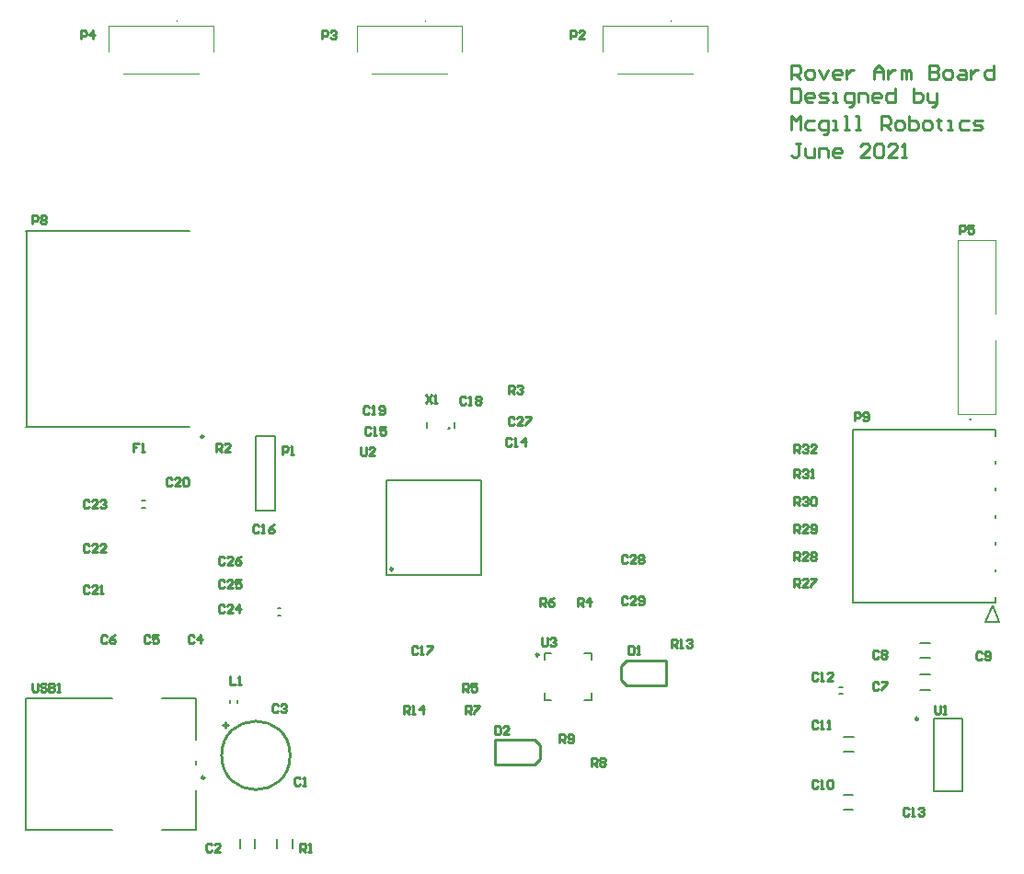
<source format=gto>
G04*
G04 #@! TF.GenerationSoftware,Altium Limited,Altium Designer,18.1.7 (191)*
G04*
G04 Layer_Color=65535*
%FSLAX25Y25*%
%MOIN*%
G70*
G01*
G75*
%ADD10C,0.00984*%
%ADD11C,0.01000*%
%ADD12C,0.00787*%
%ADD13C,0.00394*%
%ADD14C,0.00500*%
D10*
X352129Y273877D02*
G03*
X352129Y273877I-492J0D01*
G01*
X372492Y324909D02*
G03*
X372492Y324909I-197J0D01*
G01*
X542457Y219689D02*
G03*
X542457Y219689I-492J0D01*
G01*
X283850Y198378D02*
G03*
X283850Y198378I-492J0D01*
G01*
X283555Y321925D02*
G03*
X283555Y321925I-492J0D01*
G01*
X404969Y242874D02*
G03*
X404969Y242874I-492J0D01*
G01*
D11*
X314902Y206421D02*
G03*
X314902Y206421I-12402J0D01*
G01*
X389000Y203000D02*
Y212000D01*
Y203000D02*
X403500D01*
X405500Y205000D01*
Y210000D01*
X403500Y212000D02*
X405500Y210000D01*
X389000Y212000D02*
X403500D01*
X451169Y231780D02*
Y240780D01*
X436669D02*
X451169D01*
X434669Y238780D02*
X436669Y240780D01*
X434669Y233780D02*
Y238780D01*
Y233780D02*
X436669Y231780D01*
X451169D01*
X496500Y451526D02*
Y456525D01*
X498999D01*
X499832Y455692D01*
Y454026D01*
X498999Y453193D01*
X496500D01*
X498166D02*
X499832Y451526D01*
X502331D02*
X503998D01*
X504831Y452359D01*
Y454026D01*
X503998Y454859D01*
X502331D01*
X501498Y454026D01*
Y452359D01*
X502331Y451526D01*
X506497Y454859D02*
X508163Y451526D01*
X509829Y454859D01*
X513994Y451526D02*
X512328D01*
X511495Y452359D01*
Y454026D01*
X512328Y454859D01*
X513994D01*
X514827Y454026D01*
Y453193D01*
X511495D01*
X516494Y454859D02*
Y451526D01*
Y453193D01*
X517327Y454026D01*
X518160Y454859D01*
X518993D01*
X526490Y451526D02*
Y454859D01*
X528156Y456525D01*
X529822Y454859D01*
Y451526D01*
Y454026D01*
X526490D01*
X531489Y454859D02*
Y451526D01*
Y453193D01*
X532322Y454026D01*
X533155Y454859D01*
X533988D01*
X536487Y451526D02*
Y454859D01*
X537320D01*
X538153Y454026D01*
Y451526D01*
Y454026D01*
X538986Y454859D01*
X539819Y454026D01*
Y451526D01*
X546484Y456525D02*
Y451526D01*
X548983D01*
X549816Y452359D01*
Y453193D01*
X548983Y454026D01*
X546484D01*
X548983D01*
X549816Y454859D01*
Y455692D01*
X548983Y456525D01*
X546484D01*
X552315Y451526D02*
X553981D01*
X554814Y452359D01*
Y454026D01*
X553981Y454859D01*
X552315D01*
X551482Y454026D01*
Y452359D01*
X552315Y451526D01*
X557314Y454859D02*
X558980D01*
X559813Y454026D01*
Y451526D01*
X557314D01*
X556481Y452359D01*
X557314Y453193D01*
X559813D01*
X561479Y454859D02*
Y451526D01*
Y453193D01*
X562312Y454026D01*
X563145Y454859D01*
X563978D01*
X569810Y456525D02*
Y451526D01*
X567310D01*
X566477Y452359D01*
Y454026D01*
X567310Y454859D01*
X569810D01*
X496500Y448127D02*
Y443128D01*
X498999D01*
X499832Y443961D01*
Y447294D01*
X498999Y448127D01*
X496500D01*
X503998Y443128D02*
X502331D01*
X501498Y443961D01*
Y445628D01*
X502331Y446461D01*
X503998D01*
X504831Y445628D01*
Y444795D01*
X501498D01*
X506497Y443128D02*
X508996D01*
X509829Y443961D01*
X508996Y444795D01*
X507330D01*
X506497Y445628D01*
X507330Y446461D01*
X509829D01*
X511495Y443128D02*
X513161D01*
X512328D01*
Y446461D01*
X511495D01*
X517327Y441462D02*
X518160D01*
X518993Y442295D01*
Y446461D01*
X516494D01*
X515660Y445628D01*
Y443961D01*
X516494Y443128D01*
X518993D01*
X520659D02*
Y446461D01*
X523158D01*
X523991Y445628D01*
Y443128D01*
X528156D02*
X526490D01*
X525657Y443961D01*
Y445628D01*
X526490Y446461D01*
X528156D01*
X528990Y445628D01*
Y444795D01*
X525657D01*
X533988Y448127D02*
Y443128D01*
X531489D01*
X530656Y443961D01*
Y445628D01*
X531489Y446461D01*
X533988D01*
X540652Y448127D02*
Y443128D01*
X543152D01*
X543985Y443961D01*
Y444795D01*
Y445628D01*
X543152Y446461D01*
X540652D01*
X545651D02*
Y443961D01*
X546484Y443128D01*
X548983D01*
Y442295D01*
X548150Y441462D01*
X547317D01*
X548983Y443128D02*
Y446461D01*
X496500Y433064D02*
Y438063D01*
X498166Y436397D01*
X499832Y438063D01*
Y433064D01*
X504831Y436397D02*
X502331D01*
X501498Y435563D01*
Y433897D01*
X502331Y433064D01*
X504831D01*
X508163Y431398D02*
X508996D01*
X509829Y432231D01*
Y436397D01*
X507330D01*
X506497Y435563D01*
Y433897D01*
X507330Y433064D01*
X509829D01*
X511495D02*
X513161D01*
X512328D01*
Y436397D01*
X511495D01*
X515660Y433064D02*
X517327D01*
X516494D01*
Y438063D01*
X515660D01*
X519826Y433064D02*
X521492D01*
X520659D01*
Y438063D01*
X519826D01*
X528990Y433064D02*
Y438063D01*
X531489D01*
X532322Y437229D01*
Y435563D01*
X531489Y434730D01*
X528990D01*
X530656D02*
X532322Y433064D01*
X534821D02*
X536487D01*
X537320Y433897D01*
Y435563D01*
X536487Y436397D01*
X534821D01*
X533988Y435563D01*
Y433897D01*
X534821Y433064D01*
X538986Y438063D02*
Y433064D01*
X541485D01*
X542318Y433897D01*
Y434730D01*
Y435563D01*
X541485Y436397D01*
X538986D01*
X544818Y433064D02*
X546484D01*
X547317Y433897D01*
Y435563D01*
X546484Y436397D01*
X544818D01*
X543985Y435563D01*
Y433897D01*
X544818Y433064D01*
X549816Y437229D02*
Y436397D01*
X548983D01*
X550649D01*
X549816D01*
Y433897D01*
X550649Y433064D01*
X553148D02*
X554814D01*
X553981D01*
Y436397D01*
X553148D01*
X560646D02*
X558147D01*
X557314Y435563D01*
Y433897D01*
X558147Y433064D01*
X560646D01*
X562312D02*
X564811D01*
X565644Y433897D01*
X564811Y434730D01*
X563145D01*
X562312Y435563D01*
X563145Y436397D01*
X565644D01*
X499832Y427998D02*
X498166D01*
X498999D01*
Y423833D01*
X498166Y423000D01*
X497333D01*
X496500Y423833D01*
X501498Y426332D02*
Y423833D01*
X502331Y423000D01*
X504831D01*
Y426332D01*
X506497Y423000D02*
Y426332D01*
X508996D01*
X509829Y425499D01*
Y423000D01*
X513994D02*
X512328D01*
X511495Y423833D01*
Y425499D01*
X512328Y426332D01*
X513994D01*
X514827Y425499D01*
Y424666D01*
X511495D01*
X524824Y423000D02*
X521492D01*
X524824Y426332D01*
Y427165D01*
X523991Y427998D01*
X522325D01*
X521492Y427165D01*
X526490D02*
X527323Y427998D01*
X528990D01*
X529822Y427165D01*
Y423833D01*
X528990Y423000D01*
X527323D01*
X526490Y423833D01*
Y427165D01*
X534821Y423000D02*
X531489D01*
X534821Y426332D01*
Y427165D01*
X533988Y427998D01*
X532322D01*
X531489Y427165D01*
X536487Y423000D02*
X538153D01*
X537320D01*
Y427998D01*
X536487Y427165D01*
X291500Y216500D02*
Y218499D01*
X290501Y217500D02*
X292500D01*
X497500Y297000D02*
Y299999D01*
X499000D01*
X499499Y299499D01*
Y298499D01*
X499000Y298000D01*
X497500D01*
X498500D02*
X499499Y297000D01*
X500499Y299499D02*
X500999Y299999D01*
X501999D01*
X502498Y299499D01*
Y298999D01*
X501999Y298499D01*
X501499D01*
X501999D01*
X502498Y298000D01*
Y297500D01*
X501999Y297000D01*
X500999D01*
X500499Y297500D01*
X503498Y299499D02*
X503998Y299999D01*
X504998D01*
X505497Y299499D01*
Y297500D01*
X504998Y297000D01*
X503998D01*
X503498Y297500D01*
Y299499D01*
X497500Y287000D02*
Y289999D01*
X499000D01*
X499499Y289499D01*
Y288499D01*
X499000Y288000D01*
X497500D01*
X498500D02*
X499499Y287000D01*
X502498D02*
X500499D01*
X502498Y288999D01*
Y289499D01*
X501999Y289999D01*
X500999D01*
X500499Y289499D01*
X503498Y287500D02*
X503998Y287000D01*
X504998D01*
X505497Y287500D01*
Y289499D01*
X504998Y289999D01*
X503998D01*
X503498Y289499D01*
Y288999D01*
X503998Y288499D01*
X505497D01*
X497500Y316000D02*
Y318999D01*
X499000D01*
X499499Y318499D01*
Y317499D01*
X499000Y317000D01*
X497500D01*
X498500D02*
X499499Y316000D01*
X500499Y318499D02*
X500999Y318999D01*
X501999D01*
X502498Y318499D01*
Y317999D01*
X501999Y317499D01*
X501499D01*
X501999D01*
X502498Y317000D01*
Y316500D01*
X501999Y316000D01*
X500999D01*
X500499Y316500D01*
X505497Y316000D02*
X503498D01*
X505497Y317999D01*
Y318499D01*
X504998Y318999D01*
X503998D01*
X503498Y318499D01*
X497500Y307000D02*
Y309999D01*
X499000D01*
X499499Y309499D01*
Y308500D01*
X499000Y308000D01*
X497500D01*
X498500D02*
X499499Y307000D01*
X500499Y309499D02*
X500999Y309999D01*
X501999D01*
X502498Y309499D01*
Y308999D01*
X501999Y308500D01*
X501499D01*
X501999D01*
X502498Y308000D01*
Y307500D01*
X501999Y307000D01*
X500999D01*
X500499Y307500D01*
X503498Y307000D02*
X504498D01*
X503998D01*
Y309999D01*
X503498Y309499D01*
X497500Y277000D02*
Y279999D01*
X499000D01*
X499499Y279499D01*
Y278500D01*
X499000Y278000D01*
X497500D01*
X498500D02*
X499499Y277000D01*
X502498D02*
X500499D01*
X502498Y278999D01*
Y279499D01*
X501999Y279999D01*
X500999D01*
X500499Y279499D01*
X503498D02*
X503998Y279999D01*
X504998D01*
X505497Y279499D01*
Y278999D01*
X504998Y278500D01*
X505497Y278000D01*
Y277500D01*
X504998Y277000D01*
X503998D01*
X503498Y277500D01*
Y278000D01*
X503998Y278500D01*
X503498Y278999D01*
Y279499D01*
X503998Y278500D02*
X504998D01*
X497500Y267500D02*
Y270499D01*
X499000D01*
X499499Y269999D01*
Y269000D01*
X499000Y268500D01*
X497500D01*
X498500D02*
X499499Y267500D01*
X502498D02*
X500499D01*
X502498Y269499D01*
Y269999D01*
X501999Y270499D01*
X500999D01*
X500499Y269999D01*
X503498Y270499D02*
X505497D01*
Y269999D01*
X503498Y268000D01*
Y267500D01*
X519400Y327700D02*
Y330699D01*
X520899D01*
X521399Y330199D01*
Y329200D01*
X520899Y328700D01*
X519400D01*
X522399Y328200D02*
X522899Y327700D01*
X523899D01*
X524398Y328200D01*
Y330199D01*
X523899Y330699D01*
X522899D01*
X522399Y330199D01*
Y329699D01*
X522899Y329200D01*
X524398D01*
X239000Y466000D02*
Y468999D01*
X240499D01*
X240999Y468499D01*
Y467499D01*
X240499Y467000D01*
X239000D01*
X243498Y466000D02*
Y468999D01*
X241999Y467499D01*
X243998D01*
X326500Y466000D02*
Y468999D01*
X327999D01*
X328499Y468499D01*
Y467499D01*
X327999Y467000D01*
X326500D01*
X329499Y468499D02*
X329999Y468999D01*
X330998D01*
X331498Y468499D01*
Y467999D01*
X330998Y467499D01*
X330499D01*
X330998D01*
X331498Y467000D01*
Y466500D01*
X330998Y466000D01*
X329999D01*
X329499Y466500D01*
X416500Y466000D02*
Y468999D01*
X418000D01*
X418499Y468499D01*
Y467499D01*
X418000Y467000D01*
X416500D01*
X421498Y466000D02*
X419499D01*
X421498Y467999D01*
Y468499D01*
X420998Y468999D01*
X419999D01*
X419499Y468499D01*
X557500Y395500D02*
Y398499D01*
X558999D01*
X559499Y397999D01*
Y397000D01*
X558999Y396500D01*
X557500D01*
X562498Y398499D02*
X560499D01*
Y397000D01*
X561499Y397499D01*
X561999D01*
X562498Y397000D01*
Y396000D01*
X561999Y395500D01*
X560999D01*
X560499Y396000D01*
X221500Y399000D02*
Y401999D01*
X223000D01*
X223499Y401499D01*
Y400499D01*
X223000Y400000D01*
X221500D01*
X224499Y401499D02*
X224999Y401999D01*
X225998D01*
X226498Y401499D01*
Y400999D01*
X225998Y400499D01*
X226498Y400000D01*
Y399500D01*
X225998Y399000D01*
X224999D01*
X224499Y399500D01*
Y400000D01*
X224999Y400499D01*
X224499Y400999D01*
Y401499D01*
X224999Y400499D02*
X225998D01*
X340500Y317999D02*
Y315500D01*
X341000Y315000D01*
X342000D01*
X342499Y315500D01*
Y317999D01*
X345498Y315000D02*
X343499D01*
X345498Y316999D01*
Y317499D01*
X344999Y317999D01*
X343999D01*
X343499Y317499D01*
X221500Y232499D02*
Y230000D01*
X222000Y229500D01*
X223000D01*
X223499Y230000D01*
Y232499D01*
X226498Y231999D02*
X225998Y232499D01*
X224999D01*
X224499Y231999D01*
Y231499D01*
X224999Y230999D01*
X225998D01*
X226498Y230500D01*
Y230000D01*
X225998Y229500D01*
X224999D01*
X224499Y230000D01*
X227498Y232499D02*
Y229500D01*
X228998D01*
X229497Y230000D01*
Y230500D01*
X228998Y230999D01*
X227498D01*
X228998D01*
X229497Y231499D01*
Y231999D01*
X228998Y232499D01*
X227498D01*
X230497Y229500D02*
X231497D01*
X230997D01*
Y232499D01*
X230497Y231999D01*
X364000Y336999D02*
X365999Y334000D01*
Y336999D02*
X364000Y334000D01*
X366999D02*
X367999D01*
X367499D01*
Y336999D01*
X366999Y336499D01*
X406000Y248999D02*
Y246500D01*
X406500Y246000D01*
X407500D01*
X407999Y246500D01*
Y248999D01*
X408999Y248499D02*
X409499Y248999D01*
X410499D01*
X410998Y248499D01*
Y247999D01*
X410499Y247499D01*
X409999D01*
X410499D01*
X410998Y247000D01*
Y246500D01*
X410499Y246000D01*
X409499D01*
X408999Y246500D01*
X548500Y224499D02*
Y222000D01*
X549000Y221500D01*
X550000D01*
X550499Y222000D01*
Y224499D01*
X551499Y221500D02*
X552499D01*
X551999D01*
Y224499D01*
X551499Y223999D01*
X356000Y221500D02*
Y224499D01*
X357500D01*
X357999Y223999D01*
Y223000D01*
X357500Y222500D01*
X356000D01*
X357000D02*
X357999Y221500D01*
X358999D02*
X359999D01*
X359499D01*
Y224499D01*
X358999Y223999D01*
X362998Y221500D02*
Y224499D01*
X361498Y223000D01*
X363498D01*
X453000Y245500D02*
Y248499D01*
X454499D01*
X454999Y247999D01*
Y247000D01*
X454499Y246500D01*
X453000D01*
X454000D02*
X454999Y245500D01*
X455999D02*
X456999D01*
X456499D01*
Y248499D01*
X455999Y247999D01*
X458498D02*
X458998Y248499D01*
X459998D01*
X460498Y247999D01*
Y247499D01*
X459998Y247000D01*
X459498D01*
X459998D01*
X460498Y246500D01*
Y246000D01*
X459998Y245500D01*
X458998D01*
X458498Y246000D01*
X412500Y211000D02*
Y213999D01*
X414000D01*
X414499Y213499D01*
Y212499D01*
X414000Y212000D01*
X412500D01*
X413500D02*
X414499Y211000D01*
X415499Y211500D02*
X415999Y211000D01*
X416998D01*
X417498Y211500D01*
Y213499D01*
X416998Y213999D01*
X415999D01*
X415499Y213499D01*
Y212999D01*
X415999Y212499D01*
X417498D01*
X424000Y202500D02*
Y205499D01*
X425499D01*
X425999Y204999D01*
Y203999D01*
X425499Y203500D01*
X424000D01*
X425000D02*
X425999Y202500D01*
X426999Y204999D02*
X427499Y205499D01*
X428499D01*
X428998Y204999D01*
Y204499D01*
X428499Y203999D01*
X428998Y203500D01*
Y203000D01*
X428499Y202500D01*
X427499D01*
X426999Y203000D01*
Y203500D01*
X427499Y203999D01*
X426999Y204499D01*
Y204999D01*
X427499Y203999D02*
X428499D01*
X378500Y221500D02*
Y224499D01*
X379999D01*
X380499Y223999D01*
Y223000D01*
X379999Y222500D01*
X378500D01*
X379500D02*
X380499Y221500D01*
X381499Y224499D02*
X383498D01*
Y223999D01*
X381499Y222000D01*
Y221500D01*
X405500Y260500D02*
Y263499D01*
X406999D01*
X407499Y262999D01*
Y262000D01*
X406999Y261500D01*
X405500D01*
X406500D02*
X407499Y260500D01*
X410498Y263499D02*
X409499Y262999D01*
X408499Y262000D01*
Y261000D01*
X408999Y260500D01*
X409999D01*
X410498Y261000D01*
Y261500D01*
X409999Y262000D01*
X408499D01*
X377500Y229500D02*
Y232499D01*
X378999D01*
X379499Y231999D01*
Y230999D01*
X378999Y230500D01*
X377500D01*
X378500D02*
X379499Y229500D01*
X382498Y232499D02*
X380499D01*
Y230999D01*
X381499Y231499D01*
X381998D01*
X382498Y230999D01*
Y230000D01*
X381998Y229500D01*
X380999D01*
X380499Y230000D01*
X419000Y260500D02*
Y263499D01*
X420500D01*
X420999Y262999D01*
Y262000D01*
X420500Y261500D01*
X419000D01*
X420000D02*
X420999Y260500D01*
X423498D02*
Y263499D01*
X421999Y262000D01*
X423998D01*
X394000Y337500D02*
Y340499D01*
X395499D01*
X395999Y339999D01*
Y339000D01*
X395499Y338500D01*
X394000D01*
X395000D02*
X395999Y337500D01*
X396999Y339999D02*
X397499Y340499D01*
X398499D01*
X398998Y339999D01*
Y339499D01*
X398499Y339000D01*
X397999D01*
X398499D01*
X398998Y338500D01*
Y338000D01*
X398499Y337500D01*
X397499D01*
X396999Y338000D01*
X288000Y316500D02*
Y319499D01*
X289499D01*
X289999Y318999D01*
Y318000D01*
X289499Y317500D01*
X288000D01*
X289000D02*
X289999Y316500D01*
X292998D02*
X290999D01*
X292998Y318499D01*
Y318999D01*
X292498Y319499D01*
X291499D01*
X290999Y318999D01*
X318500Y171500D02*
Y174499D01*
X320000D01*
X320499Y173999D01*
Y173000D01*
X320000Y172500D01*
X318500D01*
X319500D02*
X320499Y171500D01*
X321499D02*
X322499D01*
X321999D01*
Y174499D01*
X321499Y173999D01*
X312000Y315500D02*
Y318499D01*
X313499D01*
X313999Y317999D01*
Y317000D01*
X313499Y316500D01*
X312000D01*
X314999Y315500D02*
X315999D01*
X315499D01*
Y318499D01*
X314999Y317999D01*
X293000Y234999D02*
Y232000D01*
X294999D01*
X295999D02*
X296999D01*
X296499D01*
Y234999D01*
X295999Y234499D01*
X259999Y319551D02*
X258000D01*
Y318052D01*
X259000D01*
X258000D01*
Y316552D01*
X260999D02*
X261999D01*
X261499D01*
Y319551D01*
X260999Y319051D01*
X389000Y216999D02*
Y214000D01*
X390499D01*
X390999Y214500D01*
Y216499D01*
X390499Y216999D01*
X389000D01*
X393998Y214000D02*
X391999D01*
X393998Y215999D01*
Y216499D01*
X393498Y216999D01*
X392499D01*
X391999Y216499D01*
X437500Y245999D02*
Y243000D01*
X439000D01*
X439499Y243500D01*
Y245499D01*
X439000Y245999D01*
X437500D01*
X440499Y243000D02*
X441499D01*
X440999D01*
Y245999D01*
X440499Y245499D01*
X436999Y263499D02*
X436500Y263999D01*
X435500D01*
X435000Y263499D01*
Y261500D01*
X435500Y261000D01*
X436500D01*
X436999Y261500D01*
X439998Y261000D02*
X437999D01*
X439998Y262999D01*
Y263499D01*
X439499Y263999D01*
X438499D01*
X437999Y263499D01*
X440998Y261500D02*
X441498Y261000D01*
X442498D01*
X442997Y261500D01*
Y263499D01*
X442498Y263999D01*
X441498D01*
X440998Y263499D01*
Y262999D01*
X441498Y262499D01*
X442997D01*
X436999Y278499D02*
X436500Y278999D01*
X435500D01*
X435000Y278499D01*
Y276500D01*
X435500Y276000D01*
X436500D01*
X436999Y276500D01*
X439998Y276000D02*
X437999D01*
X439998Y277999D01*
Y278499D01*
X439499Y278999D01*
X438499D01*
X437999Y278499D01*
X440998D02*
X441498Y278999D01*
X442498D01*
X442997Y278499D01*
Y277999D01*
X442498Y277500D01*
X442997Y277000D01*
Y276500D01*
X442498Y276000D01*
X441498D01*
X440998Y276500D01*
Y277000D01*
X441498Y277500D01*
X440998Y277999D01*
Y278499D01*
X441498Y277500D02*
X442498D01*
X395999Y328499D02*
X395499Y328999D01*
X394500D01*
X394000Y328499D01*
Y326500D01*
X394500Y326000D01*
X395499D01*
X395999Y326500D01*
X398998Y326000D02*
X396999D01*
X398998Y327999D01*
Y328499D01*
X398499Y328999D01*
X397499D01*
X396999Y328499D01*
X399998Y328999D02*
X401997D01*
Y328499D01*
X399998Y326500D01*
Y326000D01*
X290999Y277999D02*
X290499Y278499D01*
X289500D01*
X289000Y277999D01*
Y276000D01*
X289500Y275500D01*
X290499D01*
X290999Y276000D01*
X293998Y275500D02*
X291999D01*
X293998Y277499D01*
Y277999D01*
X293498Y278499D01*
X292499D01*
X291999Y277999D01*
X296997Y278499D02*
X295998Y277999D01*
X294998Y276999D01*
Y276000D01*
X295498Y275500D01*
X296498D01*
X296997Y276000D01*
Y276500D01*
X296498Y276999D01*
X294998D01*
X290999Y269499D02*
X290499Y269999D01*
X289500D01*
X289000Y269499D01*
Y267500D01*
X289500Y267000D01*
X290499D01*
X290999Y267500D01*
X293998Y267000D02*
X291999D01*
X293998Y268999D01*
Y269499D01*
X293498Y269999D01*
X292499D01*
X291999Y269499D01*
X296997Y269999D02*
X294998D01*
Y268499D01*
X295998Y268999D01*
X296498D01*
X296997Y268499D01*
Y267500D01*
X296498Y267000D01*
X295498D01*
X294998Y267500D01*
X290999Y260499D02*
X290499Y260999D01*
X289500D01*
X289000Y260499D01*
Y258500D01*
X289500Y258000D01*
X290499D01*
X290999Y258500D01*
X293998Y258000D02*
X291999D01*
X293998Y259999D01*
Y260499D01*
X293498Y260999D01*
X292499D01*
X291999Y260499D01*
X296498Y258000D02*
Y260999D01*
X294998Y259500D01*
X296997D01*
X241999Y298499D02*
X241499Y298999D01*
X240500D01*
X240000Y298499D01*
Y296500D01*
X240500Y296000D01*
X241499D01*
X241999Y296500D01*
X244998Y296000D02*
X242999D01*
X244998Y297999D01*
Y298499D01*
X244498Y298999D01*
X243499D01*
X242999Y298499D01*
X245998D02*
X246498Y298999D01*
X247498D01*
X247997Y298499D01*
Y297999D01*
X247498Y297499D01*
X246998D01*
X247498D01*
X247997Y297000D01*
Y296500D01*
X247498Y296000D01*
X246498D01*
X245998Y296500D01*
X241999Y282499D02*
X241499Y282999D01*
X240500D01*
X240000Y282499D01*
Y280500D01*
X240500Y280000D01*
X241499D01*
X241999Y280500D01*
X244998Y280000D02*
X242999D01*
X244998Y281999D01*
Y282499D01*
X244498Y282999D01*
X243499D01*
X242999Y282499D01*
X247997Y280000D02*
X245998D01*
X247997Y281999D01*
Y282499D01*
X247498Y282999D01*
X246498D01*
X245998Y282499D01*
X241999Y267499D02*
X241499Y267999D01*
X240500D01*
X240000Y267499D01*
Y265500D01*
X240500Y265000D01*
X241499D01*
X241999Y265500D01*
X244998Y265000D02*
X242999D01*
X244998Y266999D01*
Y267499D01*
X244498Y267999D01*
X243499D01*
X242999Y267499D01*
X245998Y265000D02*
X246998D01*
X246498D01*
Y267999D01*
X245998Y267499D01*
X271999Y306499D02*
X271499Y306999D01*
X270500D01*
X270000Y306499D01*
Y304500D01*
X270500Y304000D01*
X271499D01*
X271999Y304500D01*
X274998Y304000D02*
X272999D01*
X274998Y305999D01*
Y306499D01*
X274499Y306999D01*
X273499D01*
X272999Y306499D01*
X275998D02*
X276498Y306999D01*
X277498D01*
X277997Y306499D01*
Y304500D01*
X277498Y304000D01*
X276498D01*
X275998Y304500D01*
Y306499D01*
X343499Y332499D02*
X343000Y332999D01*
X342000D01*
X341500Y332499D01*
Y330500D01*
X342000Y330000D01*
X343000D01*
X343499Y330500D01*
X344499Y330000D02*
X345499D01*
X344999D01*
Y332999D01*
X344499Y332499D01*
X346998Y330500D02*
X347498Y330000D01*
X348498D01*
X348998Y330500D01*
Y332499D01*
X348498Y332999D01*
X347498D01*
X346998Y332499D01*
Y331999D01*
X347498Y331500D01*
X348998D01*
X378499Y335999D02*
X377999Y336499D01*
X377000D01*
X376500Y335999D01*
Y334000D01*
X377000Y333500D01*
X377999D01*
X378499Y334000D01*
X379499Y333500D02*
X380499D01*
X379999D01*
Y336499D01*
X379499Y335999D01*
X381998D02*
X382498Y336499D01*
X383498D01*
X383998Y335999D01*
Y335499D01*
X383498Y334999D01*
X383998Y334500D01*
Y334000D01*
X383498Y333500D01*
X382498D01*
X381998Y334000D01*
Y334500D01*
X382498Y334999D01*
X381998Y335499D01*
Y335999D01*
X382498Y334999D02*
X383498D01*
X360999Y245499D02*
X360500Y245999D01*
X359500D01*
X359000Y245499D01*
Y243500D01*
X359500Y243000D01*
X360500D01*
X360999Y243500D01*
X361999Y243000D02*
X362999D01*
X362499D01*
Y245999D01*
X361999Y245499D01*
X364498Y245999D02*
X366498D01*
Y245499D01*
X364498Y243500D01*
Y243000D01*
X303499Y289499D02*
X302999Y289999D01*
X302000D01*
X301500Y289499D01*
Y287500D01*
X302000Y287000D01*
X302999D01*
X303499Y287500D01*
X304499Y287000D02*
X305499D01*
X304999D01*
Y289999D01*
X304499Y289499D01*
X308998Y289999D02*
X307998Y289499D01*
X306998Y288499D01*
Y287500D01*
X307498Y287000D01*
X308498D01*
X308998Y287500D01*
Y288000D01*
X308498Y288499D01*
X306998D01*
X343999Y324999D02*
X343499Y325499D01*
X342500D01*
X342000Y324999D01*
Y323000D01*
X342500Y322500D01*
X343499D01*
X343999Y323000D01*
X344999Y322500D02*
X345999D01*
X345499D01*
Y325499D01*
X344999Y324999D01*
X349498Y325499D02*
X347498D01*
Y324000D01*
X348498Y324499D01*
X348998D01*
X349498Y324000D01*
Y323000D01*
X348998Y322500D01*
X347998D01*
X347498Y323000D01*
X394999Y320999D02*
X394499Y321499D01*
X393500D01*
X393000Y320999D01*
Y319000D01*
X393500Y318500D01*
X394499D01*
X394999Y319000D01*
X395999Y318500D02*
X396999D01*
X396499D01*
Y321499D01*
X395999Y320999D01*
X399998Y318500D02*
Y321499D01*
X398498Y320000D01*
X400498D01*
X538999Y186999D02*
X538499Y187499D01*
X537500D01*
X537000Y186999D01*
Y185000D01*
X537500Y184500D01*
X538499D01*
X538999Y185000D01*
X539999Y184500D02*
X540999D01*
X540499D01*
Y187499D01*
X539999Y186999D01*
X542498D02*
X542998Y187499D01*
X543998D01*
X544498Y186999D01*
Y186499D01*
X543998Y186000D01*
X543498D01*
X543998D01*
X544498Y185500D01*
Y185000D01*
X543998Y184500D01*
X542998D01*
X542498Y185000D01*
X505999Y235999D02*
X505500Y236499D01*
X504500D01*
X504000Y235999D01*
Y234000D01*
X504500Y233500D01*
X505500D01*
X505999Y234000D01*
X506999Y233500D02*
X507999D01*
X507499D01*
Y236499D01*
X506999Y235999D01*
X511498Y233500D02*
X509498D01*
X511498Y235499D01*
Y235999D01*
X510998Y236499D01*
X509998D01*
X509498Y235999D01*
X505999Y218499D02*
X505500Y218999D01*
X504500D01*
X504000Y218499D01*
Y216500D01*
X504500Y216000D01*
X505500D01*
X505999Y216500D01*
X506999Y216000D02*
X507999D01*
X507499D01*
Y218999D01*
X506999Y218499D01*
X509498Y216000D02*
X510498D01*
X509998D01*
Y218999D01*
X509498Y218499D01*
X505999Y196999D02*
X505500Y197499D01*
X504500D01*
X504000Y196999D01*
Y195000D01*
X504500Y194500D01*
X505500D01*
X505999Y195000D01*
X506999Y194500D02*
X507999D01*
X507499D01*
Y197499D01*
X506999Y196999D01*
X509498D02*
X509998Y197499D01*
X510998D01*
X511498Y196999D01*
Y195000D01*
X510998Y194500D01*
X509998D01*
X509498Y195000D01*
Y196999D01*
X565499Y243499D02*
X564999Y243999D01*
X564000D01*
X563500Y243499D01*
Y241500D01*
X564000Y241000D01*
X564999D01*
X565499Y241500D01*
X566499D02*
X566999Y241000D01*
X567999D01*
X568498Y241500D01*
Y243499D01*
X567999Y243999D01*
X566999D01*
X566499Y243499D01*
Y242999D01*
X566999Y242499D01*
X568498D01*
X527999Y243999D02*
X527499Y244499D01*
X526500D01*
X526000Y243999D01*
Y242000D01*
X526500Y241500D01*
X527499D01*
X527999Y242000D01*
X528999Y243999D02*
X529499Y244499D01*
X530499D01*
X530998Y243999D01*
Y243499D01*
X530499Y243000D01*
X530998Y242500D01*
Y242000D01*
X530499Y241500D01*
X529499D01*
X528999Y242000D01*
Y242500D01*
X529499Y243000D01*
X528999Y243499D01*
Y243999D01*
X529499Y243000D02*
X530499D01*
X527999Y232499D02*
X527499Y232999D01*
X526500D01*
X526000Y232499D01*
Y230500D01*
X526500Y230000D01*
X527499D01*
X527999Y230500D01*
X528999Y232999D02*
X530998D01*
Y232499D01*
X528999Y230500D01*
Y230000D01*
X248499Y249499D02*
X248000Y249999D01*
X247000D01*
X246500Y249499D01*
Y247500D01*
X247000Y247000D01*
X248000D01*
X248499Y247500D01*
X251498Y249999D02*
X250499Y249499D01*
X249499Y248499D01*
Y247500D01*
X249999Y247000D01*
X250998D01*
X251498Y247500D01*
Y248000D01*
X250998Y248499D01*
X249499D01*
X263999Y249499D02*
X263499Y249999D01*
X262500D01*
X262000Y249499D01*
Y247500D01*
X262500Y247000D01*
X263499D01*
X263999Y247500D01*
X266998Y249999D02*
X264999D01*
Y248499D01*
X265999Y248999D01*
X266498D01*
X266998Y248499D01*
Y247500D01*
X266498Y247000D01*
X265499D01*
X264999Y247500D01*
X279999Y249499D02*
X279500Y249999D01*
X278500D01*
X278000Y249499D01*
Y247500D01*
X278500Y247000D01*
X279500D01*
X279999Y247500D01*
X282499Y247000D02*
Y249999D01*
X280999Y248499D01*
X282998D01*
X310499Y224499D02*
X309999Y224999D01*
X309000D01*
X308500Y224499D01*
Y222500D01*
X309000Y222000D01*
X309999D01*
X310499Y222500D01*
X311499Y224499D02*
X311999Y224999D01*
X312999D01*
X313498Y224499D01*
Y223999D01*
X312999Y223499D01*
X312499D01*
X312999D01*
X313498Y223000D01*
Y222500D01*
X312999Y222000D01*
X311999D01*
X311499Y222500D01*
X286499Y173999D02*
X285999Y174499D01*
X285000D01*
X284500Y173999D01*
Y172000D01*
X285000Y171500D01*
X285999D01*
X286499Y172000D01*
X289498Y171500D02*
X287499D01*
X289498Y173499D01*
Y173999D01*
X288999Y174499D01*
X287999D01*
X287499Y173999D01*
X318499Y197999D02*
X318000Y198499D01*
X317000D01*
X316500Y197999D01*
Y196000D01*
X317000Y195500D01*
X318000D01*
X318499Y196000D01*
X319499Y195500D02*
X320499D01*
X319999D01*
Y198499D01*
X319499Y197999D01*
D12*
X561138Y328142D02*
G03*
X561531Y328142I197J0D01*
G01*
D02*
G03*
X561138Y328142I-197J0D01*
G01*
X349827Y271925D02*
X384079D01*
X349827Y306177D02*
X384079D01*
X349827Y271925D02*
Y306177D01*
X384079Y271925D02*
Y306177D01*
X310244Y172728D02*
Y176272D01*
X315756Y172728D02*
Y176272D01*
X302256Y172728D02*
Y176272D01*
X296744Y172728D02*
Y176272D01*
X515610Y207744D02*
X519153D01*
X515610Y213256D02*
X519153D01*
X515394Y186744D02*
X518937D01*
X515394Y192256D02*
X518937D01*
X364500Y325000D02*
Y327000D01*
X374500Y325000D02*
Y327000D01*
X543228Y235756D02*
X546772D01*
X543228Y230244D02*
X546772D01*
X548264Y219689D02*
X558500D01*
X548264Y193311D02*
X558500D01*
X548264D02*
Y219689D01*
X558500Y193311D02*
Y219689D01*
X310409Y259780D02*
X311591D01*
X310409Y257220D02*
X311591D01*
X513791Y231280D02*
X514972D01*
X513791Y228720D02*
X514972D01*
X261153Y296168D02*
X262335D01*
X261153Y298728D02*
X262335D01*
X302457Y294957D02*
X309543D01*
Y322043D01*
X302457D02*
X309543D01*
X302457Y294957D02*
Y322043D01*
X543228Y241744D02*
X546772D01*
X543228Y247256D02*
X546772D01*
X280878Y203102D02*
Y204441D01*
Y212000D02*
Y227000D01*
Y179598D02*
Y193653D01*
X268555Y179598D02*
X280878D01*
X268555Y227000D02*
X280878D01*
X219027D02*
X250445D01*
X219027Y179598D02*
Y227000D01*
Y179598D02*
X250445D01*
X219284Y325468D02*
X278535D01*
X219284Y396433D02*
X278535D01*
X219382Y325567D02*
Y396433D01*
X293220Y225410D02*
Y226591D01*
X295779Y225410D02*
Y226591D01*
X407035Y241004D02*
Y243465D01*
X409496D01*
X421504D02*
X423965D01*
Y241004D02*
Y243465D01*
Y226535D02*
Y228996D01*
X421504Y226535D02*
X423965D01*
X407035D02*
Y228996D01*
Y226535D02*
X409496D01*
D13*
X453000Y472161D02*
G03*
X453000Y472555I0J197D01*
G01*
D02*
G03*
X453000Y472161I0J-197D01*
G01*
X364000D02*
G03*
X364000Y472555I0J197D01*
G01*
D02*
G03*
X364000Y472161I0J-197D01*
G01*
X274000D02*
G03*
X274000Y472555I0J197D01*
G01*
D02*
G03*
X274000Y472161I0J-197D01*
G01*
X570350Y330228D02*
Y356685D01*
X563500Y330228D02*
X570350D01*
Y366528D02*
Y392984D01*
X556650D02*
X570350D01*
X556650Y330228D02*
Y392984D01*
Y330228D02*
X563500D01*
X466090Y461374D02*
Y470705D01*
X428098D02*
X466090D01*
X428098Y461374D02*
Y470705D01*
X433315Y453500D02*
X460874D01*
X377091Y461374D02*
Y470705D01*
X339098D02*
X377091D01*
X339098Y461374D02*
Y470705D01*
X344315Y453500D02*
X371874D01*
X287090Y461374D02*
Y470705D01*
X249098D02*
X287090D01*
X249098Y461374D02*
Y470705D01*
X254315Y453500D02*
X281874D01*
D14*
X569343Y260701D02*
X571842Y254701D01*
X566843D02*
X571842D01*
X566843D02*
X569343Y260701D01*
X570563Y322127D02*
Y324457D01*
X518634D02*
X570563D01*
X518634Y261701D02*
Y324457D01*
Y261701D02*
X570563D01*
Y263866D01*
Y273079D02*
Y273873D01*
Y282757D02*
Y283716D01*
Y292599D02*
Y293558D01*
Y302442D02*
Y303401D01*
Y312284D02*
Y313243D01*
M02*

</source>
